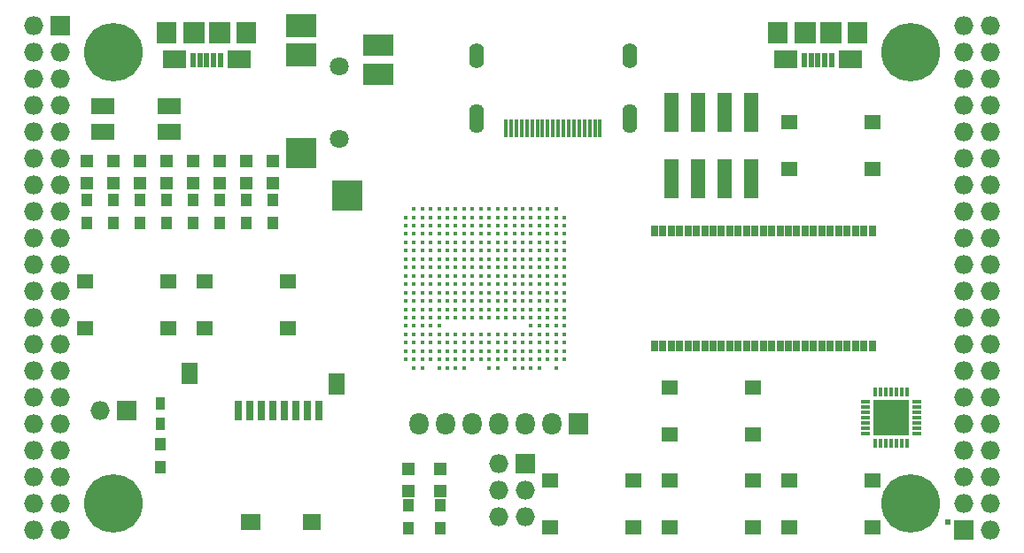
<source format=gts>
G04 #@! TF.FileFunction,Soldermask,Top*
%FSLAX46Y46*%
G04 Gerber Fmt 4.6, Leading zero omitted, Abs format (unit mm)*
G04 Created by KiCad (PCBNEW 4.0.7+dfsg1-1) date Tue Oct  3 01:07:36 2017*
%MOMM*%
%LPD*%
G01*
G04 APERTURE LIST*
%ADD10C,0.100000*%
%ADD11R,1.370000X3.700000*%
%ADD12R,0.800000X1.900000*%
%ADD13R,1.700000X1.500000*%
%ADD14R,1.900000X1.500000*%
%ADD15R,1.500000X2.000000*%
%ADD16R,1.298880X1.298880*%
%ADD17R,0.660000X1.000000*%
%ADD18R,1.827200X1.827200*%
%ADD19O,1.827200X1.827200*%
%ADD20C,5.600000*%
%ADD21R,2.300000X1.500000*%
%ADD22R,1.000000X1.300000*%
%ADD23R,0.850000X1.300000*%
%ADD24R,2.200000X1.700000*%
%ADD25R,2.000000X2.000000*%
%ADD26R,0.500000X1.450000*%
%ADD27R,1.900000X2.000000*%
%ADD28O,0.950000X0.400000*%
%ADD29O,0.400000X0.950000*%
%ADD30R,1.775000X1.775000*%
%ADD31C,0.430000*%
%ADD32R,0.600000X0.600000*%
%ADD33R,1.827200X2.132000*%
%ADD34O,1.827200X2.132000*%
%ADD35R,2.900000X2.300000*%
%ADD36R,2.900000X2.900000*%
%ADD37R,2.900000X2.100000*%
%ADD38C,1.800000*%
%ADD39O,1.400000X2.800000*%
%ADD40O,1.400000X2.400000*%
%ADD41R,0.350000X1.700000*%
%ADD42R,1.650000X1.400000*%
G04 APERTURE END LIST*
D10*
D11*
X163950000Y-70920000D03*
X161410000Y-70920000D03*
X158870000Y-70920000D03*
X156330000Y-70920000D03*
X156330000Y-77320000D03*
X158870000Y-77320000D03*
X161410000Y-77320000D03*
X163950000Y-77320000D03*
D12*
X114930000Y-99520000D03*
X116030000Y-99520000D03*
X117130000Y-99520000D03*
X118230000Y-99520000D03*
X119330000Y-99520000D03*
X120430000Y-99520000D03*
X121530000Y-99520000D03*
X122630000Y-99520000D03*
D13*
X121920000Y-110120000D03*
D14*
X116120000Y-110120000D03*
D15*
X124320000Y-96970000D03*
X110270000Y-95970000D03*
D16*
X118230000Y-77709020D03*
X118230000Y-75610980D03*
X115690000Y-77709020D03*
X115690000Y-75610980D03*
X113150000Y-77709020D03*
X113150000Y-75610980D03*
X110610000Y-77709020D03*
X110610000Y-75610980D03*
X108070000Y-77709020D03*
X108070000Y-75610980D03*
X105530000Y-77709020D03*
X105530000Y-75610980D03*
X102990000Y-77709020D03*
X102990000Y-75610980D03*
X100450000Y-77709020D03*
X100450000Y-75610980D03*
D17*
X175480000Y-82270000D03*
X154680000Y-93330000D03*
X155480000Y-93330000D03*
X156280000Y-93330000D03*
X157080000Y-93330000D03*
X157880000Y-93330000D03*
X158680000Y-93330000D03*
X159480000Y-93330000D03*
X160280000Y-93330000D03*
X161080000Y-93330000D03*
X161880000Y-93330000D03*
X162680000Y-93330000D03*
X163480000Y-93330000D03*
X164280000Y-93330000D03*
X165080000Y-93330000D03*
X165880000Y-93330000D03*
X166680000Y-93330000D03*
X167480000Y-93330000D03*
X168280000Y-93330000D03*
X169080000Y-93330000D03*
X169880000Y-93330000D03*
X170680000Y-93330000D03*
X171480000Y-93330000D03*
X172280000Y-93330000D03*
X173080000Y-93330000D03*
X173880000Y-93330000D03*
X174680000Y-93330000D03*
X175480000Y-93330000D03*
X174680000Y-82270000D03*
X173880000Y-82270000D03*
X173080000Y-82270000D03*
X172280000Y-82270000D03*
X171480000Y-82270000D03*
X170680000Y-82270000D03*
X169880000Y-82270000D03*
X169080000Y-82270000D03*
X168280000Y-82270000D03*
X167480000Y-82270000D03*
X166680000Y-82270000D03*
X165880000Y-82270000D03*
X165080000Y-82270000D03*
X164280000Y-82270000D03*
X163480000Y-82270000D03*
X162680000Y-82270000D03*
X161880000Y-82270000D03*
X161080000Y-82270000D03*
X160280000Y-82270000D03*
X159480000Y-82270000D03*
X158680000Y-82270000D03*
X157880000Y-82270000D03*
X157080000Y-82270000D03*
X156280000Y-82270000D03*
X155480000Y-82270000D03*
X154680000Y-82270000D03*
D18*
X97910000Y-62690000D03*
D19*
X95370000Y-62690000D03*
X97910000Y-65230000D03*
X95370000Y-65230000D03*
X97910000Y-67770000D03*
X95370000Y-67770000D03*
X97910000Y-70310000D03*
X95370000Y-70310000D03*
X97910000Y-72850000D03*
X95370000Y-72850000D03*
X97910000Y-75390000D03*
X95370000Y-75390000D03*
X97910000Y-77930000D03*
X95370000Y-77930000D03*
X97910000Y-80470000D03*
X95370000Y-80470000D03*
X97910000Y-83010000D03*
X95370000Y-83010000D03*
X97910000Y-85550000D03*
X95370000Y-85550000D03*
X97910000Y-88090000D03*
X95370000Y-88090000D03*
X97910000Y-90630000D03*
X95370000Y-90630000D03*
X97910000Y-93170000D03*
X95370000Y-93170000D03*
X97910000Y-95710000D03*
X95370000Y-95710000D03*
X97910000Y-98250000D03*
X95370000Y-98250000D03*
X97910000Y-100790000D03*
X95370000Y-100790000D03*
X97910000Y-103330000D03*
X95370000Y-103330000D03*
X97910000Y-105870000D03*
X95370000Y-105870000D03*
X97910000Y-108410000D03*
X95370000Y-108410000D03*
X97910000Y-110950000D03*
X95370000Y-110950000D03*
D18*
X184270000Y-110950000D03*
D19*
X186810000Y-110950000D03*
X184270000Y-108410000D03*
X186810000Y-108410000D03*
X184270000Y-105870000D03*
X186810000Y-105870000D03*
X184270000Y-103330000D03*
X186810000Y-103330000D03*
X184270000Y-100790000D03*
X186810000Y-100790000D03*
X184270000Y-98250000D03*
X186810000Y-98250000D03*
X184270000Y-95710000D03*
X186810000Y-95710000D03*
X184270000Y-93170000D03*
X186810000Y-93170000D03*
X184270000Y-90630000D03*
X186810000Y-90630000D03*
X184270000Y-88090000D03*
X186810000Y-88090000D03*
X184270000Y-85550000D03*
X186810000Y-85550000D03*
X184270000Y-83010000D03*
X186810000Y-83010000D03*
X184270000Y-80470000D03*
X186810000Y-80470000D03*
X184270000Y-77930000D03*
X186810000Y-77930000D03*
X184270000Y-75390000D03*
X186810000Y-75390000D03*
X184270000Y-72850000D03*
X186810000Y-72850000D03*
X184270000Y-70310000D03*
X186810000Y-70310000D03*
X184270000Y-67770000D03*
X186810000Y-67770000D03*
X184270000Y-65230000D03*
X186810000Y-65230000D03*
X184270000Y-62690000D03*
X186810000Y-62690000D03*
D20*
X102990000Y-108410000D03*
X179190000Y-108410000D03*
X179190000Y-65230000D03*
X102990000Y-65230000D03*
D21*
X108274000Y-70330000D03*
X101974000Y-70330000D03*
X101974000Y-72830000D03*
X108274000Y-72830000D03*
D18*
X104260000Y-99520000D03*
D19*
X101720000Y-99520000D03*
D16*
X131184000Y-105074980D03*
X131184000Y-107173020D03*
X134232000Y-107173020D03*
X134232000Y-105074980D03*
D22*
X131184000Y-108580000D03*
X131184000Y-110780000D03*
X134232000Y-110780000D03*
X134232000Y-108580000D03*
D23*
X107480000Y-100750000D03*
X107480000Y-98850000D03*
D22*
X107480000Y-102700000D03*
X107480000Y-104900000D03*
D24*
X114980000Y-65875000D03*
X108780000Y-65875000D03*
D25*
X113080000Y-63325000D03*
X110680000Y-63325000D03*
D26*
X113180000Y-66000000D03*
X112530000Y-66000000D03*
X111880000Y-66000000D03*
X111230000Y-66000000D03*
X110580000Y-66000000D03*
D27*
X115680000Y-63325000D03*
X108080000Y-63325000D03*
D24*
X173400000Y-65875000D03*
X167200000Y-65875000D03*
D25*
X171500000Y-63325000D03*
X169100000Y-63325000D03*
D26*
X171600000Y-66000000D03*
X170950000Y-66000000D03*
X170300000Y-66000000D03*
X169650000Y-66000000D03*
X169000000Y-66000000D03*
D27*
X174100000Y-63325000D03*
X166500000Y-63325000D03*
D18*
X142360000Y-104600000D03*
D19*
X139820000Y-104600000D03*
X142360000Y-107140000D03*
X139820000Y-107140000D03*
X142360000Y-109680000D03*
X139820000Y-109680000D03*
D22*
X118230000Y-81570000D03*
X118230000Y-79370000D03*
X115690000Y-81570000D03*
X115690000Y-79370000D03*
X113150000Y-81570000D03*
X113150000Y-79370000D03*
X110610000Y-81570000D03*
X110610000Y-79370000D03*
X108070000Y-81570000D03*
X108070000Y-79370000D03*
X105530000Y-81570000D03*
X105530000Y-79370000D03*
X102990000Y-81570000D03*
X102990000Y-79370000D03*
X100450000Y-81570000D03*
X100450000Y-79370000D03*
D28*
X179735000Y-101655000D03*
X179735000Y-101155000D03*
X179735000Y-100655000D03*
X179735000Y-100155000D03*
X179735000Y-99655000D03*
X179735000Y-99155000D03*
X179735000Y-98655000D03*
D29*
X178785000Y-97705000D03*
X178285000Y-97705000D03*
X177785000Y-97705000D03*
X177285000Y-97705000D03*
X176785000Y-97705000D03*
X176285000Y-97705000D03*
X175785000Y-97705000D03*
D28*
X174835000Y-98655000D03*
X174835000Y-99155000D03*
X174835000Y-99655000D03*
X174835000Y-100155000D03*
X174835000Y-100655000D03*
X174835000Y-101155000D03*
X174835000Y-101655000D03*
D29*
X175785000Y-102605000D03*
X176285000Y-102605000D03*
X176785000Y-102605000D03*
X177285000Y-102605000D03*
X177785000Y-102605000D03*
X178285000Y-102605000D03*
X178785000Y-102605000D03*
D30*
X176447500Y-99317500D03*
X176447500Y-100992500D03*
X178122500Y-99317500D03*
X178122500Y-100992500D03*
D31*
X131680000Y-80200000D03*
X132480000Y-80200000D03*
X133280000Y-80200000D03*
X134080000Y-80200000D03*
X134880000Y-80200000D03*
X135680000Y-80200000D03*
X136480000Y-80200000D03*
X137280000Y-80200000D03*
X138080000Y-80200000D03*
X138880000Y-80200000D03*
X139680000Y-80200000D03*
X140480000Y-80200000D03*
X141280000Y-80200000D03*
X142080000Y-80200000D03*
X142880000Y-80200000D03*
X143680000Y-80200000D03*
X144480000Y-80200000D03*
X145280000Y-80200000D03*
X130880000Y-81000000D03*
X131680000Y-81000000D03*
X132480000Y-81000000D03*
X133280000Y-81000000D03*
X134080000Y-81000000D03*
X134880000Y-81000000D03*
X135680000Y-81000000D03*
X136480000Y-81000000D03*
X137280000Y-81000000D03*
X138080000Y-81000000D03*
X138880000Y-81000000D03*
X139680000Y-81000000D03*
X140480000Y-81000000D03*
X141280000Y-81000000D03*
X142080000Y-81000000D03*
X142880000Y-81000000D03*
X143680000Y-81000000D03*
X144480000Y-81000000D03*
X145280000Y-81000000D03*
X146080000Y-81000000D03*
X130880000Y-81800000D03*
X131680000Y-81800000D03*
X132480000Y-81800000D03*
X133280000Y-81800000D03*
X134080000Y-81800000D03*
X134880000Y-81800000D03*
X135680000Y-81800000D03*
X136480000Y-81800000D03*
X137280000Y-81800000D03*
X138080000Y-81800000D03*
X138880000Y-81800000D03*
X139680000Y-81800000D03*
X140480000Y-81800000D03*
X141280000Y-81800000D03*
X142080000Y-81800000D03*
X142880000Y-81800000D03*
X143680000Y-81800000D03*
X144480000Y-81800000D03*
X145280000Y-81800000D03*
X146080000Y-81800000D03*
X130880000Y-82600000D03*
X131680000Y-82600000D03*
X132480000Y-82600000D03*
X133280000Y-82600000D03*
X134080000Y-82600000D03*
X134880000Y-82600000D03*
X135680000Y-82600000D03*
X136480000Y-82600000D03*
X137280000Y-82600000D03*
X138080000Y-82600000D03*
X138880000Y-82600000D03*
X139680000Y-82600000D03*
X140480000Y-82600000D03*
X141280000Y-82600000D03*
X142080000Y-82600000D03*
X142880000Y-82600000D03*
X143680000Y-82600000D03*
X144480000Y-82600000D03*
X145280000Y-82600000D03*
X146080000Y-82600000D03*
X130880000Y-83400000D03*
X131680000Y-83400000D03*
X132480000Y-83400000D03*
X133280000Y-83400000D03*
X134080000Y-83400000D03*
X134880000Y-83400000D03*
X135680000Y-83400000D03*
X136480000Y-83400000D03*
X137280000Y-83400000D03*
X138080000Y-83400000D03*
X138880000Y-83400000D03*
X139680000Y-83400000D03*
X140480000Y-83400000D03*
X141280000Y-83400000D03*
X142080000Y-83400000D03*
X142880000Y-83400000D03*
X143680000Y-83400000D03*
X144480000Y-83400000D03*
X145280000Y-83400000D03*
X146080000Y-83400000D03*
X130880000Y-84200000D03*
X131680000Y-84200000D03*
X132480000Y-84200000D03*
X133280000Y-84200000D03*
X134080000Y-84200000D03*
X134880000Y-84200000D03*
X135680000Y-84200000D03*
X136480000Y-84200000D03*
X137280000Y-84200000D03*
X138080000Y-84200000D03*
X138880000Y-84200000D03*
X139680000Y-84200000D03*
X140480000Y-84200000D03*
X141280000Y-84200000D03*
X142080000Y-84200000D03*
X142880000Y-84200000D03*
X143680000Y-84200000D03*
X144480000Y-84200000D03*
X145280000Y-84200000D03*
X146080000Y-84200000D03*
X130880000Y-85000000D03*
X131680000Y-85000000D03*
X132480000Y-85000000D03*
X133280000Y-85000000D03*
X134080000Y-85000000D03*
X134880000Y-85000000D03*
X135680000Y-85000000D03*
X136480000Y-85000000D03*
X137280000Y-85000000D03*
X138080000Y-85000000D03*
X138880000Y-85000000D03*
X139680000Y-85000000D03*
X140480000Y-85000000D03*
X141280000Y-85000000D03*
X142080000Y-85000000D03*
X142880000Y-85000000D03*
X143680000Y-85000000D03*
X144480000Y-85000000D03*
X145280000Y-85000000D03*
X146080000Y-85000000D03*
X130880000Y-85800000D03*
X131680000Y-85800000D03*
X132480000Y-85800000D03*
X133280000Y-85800000D03*
X134080000Y-85800000D03*
X134880000Y-85800000D03*
X135680000Y-85800000D03*
X136480000Y-85800000D03*
X137280000Y-85800000D03*
X138080000Y-85800000D03*
X138880000Y-85800000D03*
X139680000Y-85800000D03*
X140480000Y-85800000D03*
X141280000Y-85800000D03*
X142080000Y-85800000D03*
X142880000Y-85800000D03*
X143680000Y-85800000D03*
X144480000Y-85800000D03*
X145280000Y-85800000D03*
X146080000Y-85800000D03*
X130880000Y-86600000D03*
X131680000Y-86600000D03*
X132480000Y-86600000D03*
X133280000Y-86600000D03*
X134080000Y-86600000D03*
X134880000Y-86600000D03*
X135680000Y-86600000D03*
X136480000Y-86600000D03*
X137280000Y-86600000D03*
X138080000Y-86600000D03*
X138880000Y-86600000D03*
X139680000Y-86600000D03*
X140480000Y-86600000D03*
X141280000Y-86600000D03*
X142080000Y-86600000D03*
X142880000Y-86600000D03*
X143680000Y-86600000D03*
X144480000Y-86600000D03*
X145280000Y-86600000D03*
X146080000Y-86600000D03*
X130880000Y-87400000D03*
X131680000Y-87400000D03*
X132480000Y-87400000D03*
X133280000Y-87400000D03*
X134080000Y-87400000D03*
X134880000Y-87400000D03*
X135680000Y-87400000D03*
X136480000Y-87400000D03*
X137280000Y-87400000D03*
X138080000Y-87400000D03*
X138880000Y-87400000D03*
X139680000Y-87400000D03*
X140480000Y-87400000D03*
X141280000Y-87400000D03*
X142080000Y-87400000D03*
X142880000Y-87400000D03*
X143680000Y-87400000D03*
X144480000Y-87400000D03*
X145280000Y-87400000D03*
X146080000Y-87400000D03*
X130880000Y-88200000D03*
X131680000Y-88200000D03*
X132480000Y-88200000D03*
X133280000Y-88200000D03*
X134080000Y-88200000D03*
X134880000Y-88200000D03*
X135680000Y-88200000D03*
X136480000Y-88200000D03*
X137280000Y-88200000D03*
X138080000Y-88200000D03*
X138880000Y-88200000D03*
X139680000Y-88200000D03*
X140480000Y-88200000D03*
X141280000Y-88200000D03*
X142080000Y-88200000D03*
X142880000Y-88200000D03*
X143680000Y-88200000D03*
X144480000Y-88200000D03*
X145280000Y-88200000D03*
X146080000Y-88200000D03*
X130880000Y-89000000D03*
X131680000Y-89000000D03*
X132480000Y-89000000D03*
X133280000Y-89000000D03*
X134080000Y-89000000D03*
X134880000Y-89000000D03*
X135680000Y-89000000D03*
X136480000Y-89000000D03*
X137280000Y-89000000D03*
X138080000Y-89000000D03*
X138880000Y-89000000D03*
X139680000Y-89000000D03*
X140480000Y-89000000D03*
X141280000Y-89000000D03*
X142080000Y-89000000D03*
X142880000Y-89000000D03*
X143680000Y-89000000D03*
X144480000Y-89000000D03*
X145280000Y-89000000D03*
X146080000Y-89000000D03*
X130880000Y-89800000D03*
X131680000Y-89800000D03*
X132480000Y-89800000D03*
X133280000Y-89800000D03*
X134080000Y-89800000D03*
X134880000Y-89800000D03*
X135680000Y-89800000D03*
X136480000Y-89800000D03*
X137280000Y-89800000D03*
X138080000Y-89800000D03*
X138880000Y-89800000D03*
X139680000Y-89800000D03*
X140480000Y-89800000D03*
X141280000Y-89800000D03*
X142080000Y-89800000D03*
X142880000Y-89800000D03*
X143680000Y-89800000D03*
X144480000Y-89800000D03*
X145280000Y-89800000D03*
X146080000Y-89800000D03*
X130880000Y-90600000D03*
X131680000Y-90600000D03*
X132480000Y-90600000D03*
X133280000Y-90600000D03*
X134080000Y-90600000D03*
X134880000Y-90600000D03*
X135680000Y-90600000D03*
X136480000Y-90600000D03*
X137280000Y-90600000D03*
X138080000Y-90600000D03*
X138880000Y-90600000D03*
X139680000Y-90600000D03*
X140480000Y-90600000D03*
X141280000Y-90600000D03*
X142080000Y-90600000D03*
X142880000Y-90600000D03*
X143680000Y-90600000D03*
X144480000Y-90600000D03*
X145280000Y-90600000D03*
X146080000Y-90600000D03*
X130880000Y-91400000D03*
X131680000Y-91400000D03*
X132480000Y-91400000D03*
X133280000Y-91400000D03*
X134080000Y-91400000D03*
X142880000Y-91400000D03*
X143680000Y-91400000D03*
X144480000Y-91400000D03*
X145280000Y-91400000D03*
X146080000Y-91400000D03*
X130880000Y-92200000D03*
X131680000Y-92200000D03*
X132480000Y-92200000D03*
X133280000Y-92200000D03*
X134080000Y-92200000D03*
X134880000Y-92200000D03*
X135680000Y-92200000D03*
X136480000Y-92200000D03*
X137280000Y-92200000D03*
X138080000Y-92200000D03*
X138880000Y-92200000D03*
X139680000Y-92200000D03*
X140480000Y-92200000D03*
X141280000Y-92200000D03*
X142080000Y-92200000D03*
X142880000Y-92200000D03*
X143680000Y-92200000D03*
X144480000Y-92200000D03*
X145280000Y-92200000D03*
X146080000Y-92200000D03*
X130880000Y-93000000D03*
X131680000Y-93000000D03*
X132480000Y-93000000D03*
X133280000Y-93000000D03*
X134080000Y-93000000D03*
X134880000Y-93000000D03*
X135680000Y-93000000D03*
X136480000Y-93000000D03*
X137280000Y-93000000D03*
X138080000Y-93000000D03*
X138880000Y-93000000D03*
X139680000Y-93000000D03*
X140480000Y-93000000D03*
X141280000Y-93000000D03*
X142080000Y-93000000D03*
X142880000Y-93000000D03*
X143680000Y-93000000D03*
X144480000Y-93000000D03*
X145280000Y-93000000D03*
X146080000Y-93000000D03*
X130880000Y-93800000D03*
X131680000Y-93800000D03*
X132480000Y-93800000D03*
X133280000Y-93800000D03*
X134080000Y-93800000D03*
X134880000Y-93800000D03*
X135680000Y-93800000D03*
X136480000Y-93800000D03*
X137280000Y-93800000D03*
X138080000Y-93800000D03*
X138880000Y-93800000D03*
X139680000Y-93800000D03*
X140480000Y-93800000D03*
X141280000Y-93800000D03*
X142080000Y-93800000D03*
X142880000Y-93800000D03*
X143680000Y-93800000D03*
X144480000Y-93800000D03*
X145280000Y-93800000D03*
X146080000Y-93800000D03*
X130880000Y-94600000D03*
X131680000Y-94600000D03*
X132480000Y-94600000D03*
X133280000Y-94600000D03*
X134080000Y-94600000D03*
X134880000Y-94600000D03*
X135680000Y-94600000D03*
X136480000Y-94600000D03*
X137280000Y-94600000D03*
X138080000Y-94600000D03*
X138880000Y-94600000D03*
X139680000Y-94600000D03*
X140480000Y-94600000D03*
X141280000Y-94600000D03*
X142080000Y-94600000D03*
X142880000Y-94600000D03*
X143680000Y-94600000D03*
X144480000Y-94600000D03*
X145280000Y-94600000D03*
X146080000Y-94600000D03*
X131680000Y-95400000D03*
X132480000Y-95400000D03*
X134080000Y-95400000D03*
X134880000Y-95400000D03*
X135680000Y-95400000D03*
X136480000Y-95400000D03*
X138880000Y-95400000D03*
X139680000Y-95400000D03*
X141280000Y-95400000D03*
X142080000Y-95400000D03*
X142880000Y-95400000D03*
X143680000Y-95400000D03*
X145280000Y-95400000D03*
D32*
X182680000Y-110200000D03*
D33*
X147440000Y-100790000D03*
D34*
X144900000Y-100790000D03*
X142360000Y-100790000D03*
X139820000Y-100790000D03*
X137280000Y-100790000D03*
X134740000Y-100790000D03*
X132200000Y-100790000D03*
D35*
X120880000Y-62640000D03*
X120880000Y-65440000D03*
D36*
X120880000Y-74840000D03*
X125330000Y-78940000D03*
D37*
X128280000Y-67340000D03*
X128280000Y-64540000D03*
D38*
X124580000Y-66540000D03*
X124580000Y-73540000D03*
D39*
X152280000Y-71550000D03*
X137680000Y-71550000D03*
D40*
X137680000Y-65500000D03*
D41*
X140480000Y-72500000D03*
X140980000Y-72500000D03*
X141480000Y-72500000D03*
X141980000Y-72500000D03*
X142480000Y-72500000D03*
X142980000Y-72500000D03*
X143480000Y-72500000D03*
X143980000Y-72500000D03*
X144480000Y-72500000D03*
X144980000Y-72500000D03*
X145480000Y-72500000D03*
X145980000Y-72500000D03*
X146480000Y-72500000D03*
X146980000Y-72500000D03*
X147480000Y-72500000D03*
X147980000Y-72500000D03*
X148480000Y-72500000D03*
X148980000Y-72500000D03*
X149480000Y-72500000D03*
D40*
X152280000Y-65500000D03*
D42*
X175550000Y-71870000D03*
X175550000Y-76370000D03*
X167590000Y-76370000D03*
X167590000Y-71870000D03*
X100280000Y-91610000D03*
X100280000Y-87110000D03*
X108240000Y-87110000D03*
X108240000Y-91610000D03*
X111710000Y-91610000D03*
X111710000Y-87110000D03*
X119670000Y-87110000D03*
X119670000Y-91610000D03*
X156160000Y-101770000D03*
X156160000Y-97270000D03*
X164120000Y-97270000D03*
X164120000Y-101770000D03*
X164120000Y-106160000D03*
X164120000Y-110660000D03*
X156160000Y-110660000D03*
X156160000Y-106160000D03*
X152690000Y-106160000D03*
X152690000Y-110660000D03*
X144730000Y-110660000D03*
X144730000Y-106160000D03*
X175550000Y-106160000D03*
X175550000Y-110660000D03*
X167590000Y-110660000D03*
X167590000Y-106160000D03*
M02*

</source>
